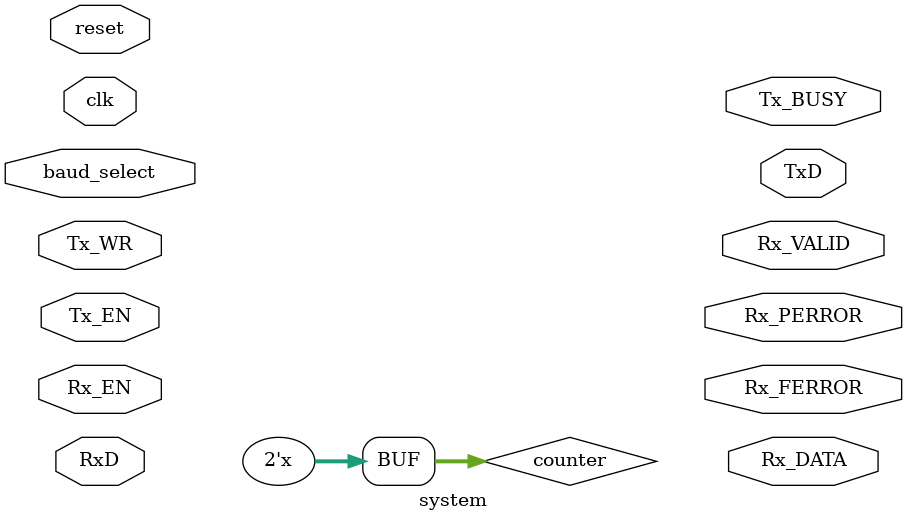
<source format=v>
`timescale 1ns / 1ps
module system(
    input clk,
    input reset,
	 input Tx_WR,
	 input Tx_EN,
	 input [2:0]baud_select,
	 input Rx_EN,
    input RxD,
    output reg [7:0] Rx_DATA,
    output reg Rx_FERROR,  //FRAMING ERROR
    output reg Rx_PERROR,  //PARITY ERROR
    output reg Rx_VALID,    //Rx_DATA IS VALID
	 output reg TxD,
    output reg Tx_BUSY
    );

	reg [7:0] tx_byte;
	reg parity1=0;
   reg [3:0] remaining_bits1;
	reg [1:0]state1=2'b00;
	wire Rx_sample_ENABLE;
   reg [3:0] remaining_bits2;
	reg [1:0]state2=2'b00;	
	reg parity2=0; // ama vgalei 0 ine zugoi oi assoi
	reg [7:0]Tx_DATA;
			
	//paragetai to sima pou tha xrisimopoiithei gia tin epikoinwnia  
	baud_controller baud_controller_tx_instance(reset,clk,baud_select,Rx_sample_ENABLE);
	
	//transmitter state machine
	 //00: arxikopoiei ta nea dedomena
	 //01: stelnei to 8bit minima
	 //10: upologizei kai stelnei to parity bit
	 //11: stelnei to stop bit
	always@(Rx_sample_ENABLE) 
		if(Tx_EN && Rx_sample_ENABLE)
		begin
			case(state1)
				2'b00:
						begin
							tx_byte <= Tx_DATA;
							remaining_bits1 <= 8;
							TxD <= 0;
							Tx_BUSY<=1;
							state1<= 2'b01;
							end  
			
				2'b01:		begin
								if(remaining_bits1 == 0)
									begin
									TxD <= tx_byte[0];
									tx_byte <= {1'b0, tx_byte[7:1]};
									state1 <= 2'b10;
									end	
								else
									begin
									remaining_bits1 <= remaining_bits1 -1;
									TxD <= tx_byte[0];
									if (TxD)
										parity1 <= ~parity1;
									tx_byte <= {1'b0, tx_byte[7:1]};
									Tx_BUSY<=1;
									end
								end
				2'b10:			
									begin
									TxD <= parity1;
									parity1<=0;
									Tx_BUSY<=1;
									state1<=2'b11;
								end	
				2'b11:
									begin	
									TxD <= 1;
									Tx_BUSY<=0;
									state1<=2'b00;
									end	
			endcase
		end
		
		//receiver state machine
		//00 : dexetai start bit kai kanei arxikopoiiseis
		//01 : dexetai 8bit message
		//10 : upologizei to parity kai to sugkrinei me auto pou pire
		//11 : stelnei stop bit
		always@(Rx_sample_ENABLE) 
		if(Rx_EN && Rx_sample_ENABLE)
			case(state2)
				2'b00:	begin
							Rx_VALID<=0;
							if(!TxD)	
								begin
								remaining_bits2 <= 8;
								state2<=2'b01;	
								end
							end	
				2'b01:   begin
								Rx_VALID<=0; 
									begin
									remaining_bits2 <= remaining_bits2 -1;
									if(remaining_bits2 == 1)
										begin
										state2<=2'b10;;
										end
									if (RxD)
										parity2 <= ~parity2;
									Rx_DATA <= {TxD, Rx_DATA[7:1]};
									end
							end		
				2'b10:	begin
							if(TxD == parity2)
								begin
								state2<=11;
								Rx_VALID<=1;
								Rx_PERROR<=0;
								end
							else
								begin
								state2<=00;
								Rx_PERROR<=1;
								end
							end
				2'b11:	begin
							state2<=00;
							Rx_VALID<=1;
							Rx_FERROR<=0;
							end
		endcase
		//metritis pou analamvanei na allaksei ta dedomena ton transmitter tin katallili stigmi
		reg [1:0]counter=2'b00;
		always@(Tx_BUSY)
			if(!Tx_BUSY)
				case(counter)
					2'b00: Tx_DATA<=8'b10101010;
					2'b01: Tx_DATA<=8'b11110000;
					2'b10: Tx_DATA<=8'b00001111;
					2'b11: Tx_DATA<=8'b01010101;
				endcase
		always@(Tx_BUSY)
			if(!Tx_BUSY)
				counter<=counter+1; 	
				
endmodule

</source>
